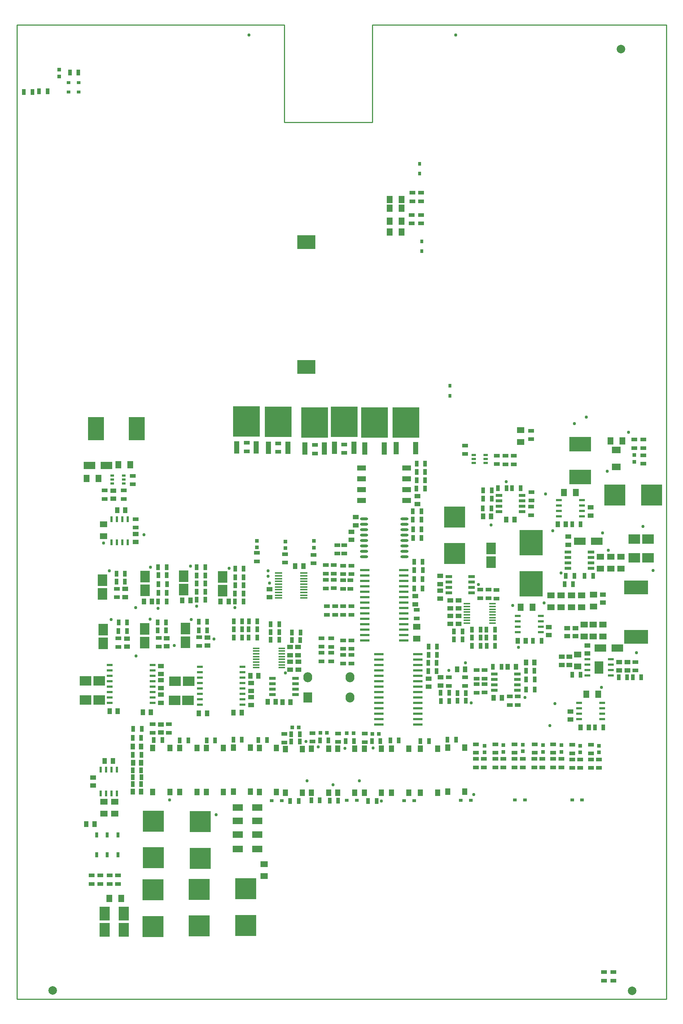
<source format=gtp>
G04*
G04 #@! TF.GenerationSoftware,Altium Limited,Altium Designer,21.2.0 (30)*
G04*
G04 Layer_Color=8421504*
%FSLAX25Y25*%
%MOIN*%
G70*
G04*
G04 #@! TF.SameCoordinates,475EB507-A4AD-49FA-98AF-DF7EEACF21B2*
G04*
G04*
G04 #@! TF.FilePolarity,Positive*
G04*
G01*
G75*
%ADD10C,0.01000*%
%ADD19C,0.03000*%
%ADD20R,0.05709X0.06890*%
%ADD21R,0.04134X0.05512*%
%ADD22R,0.03543X0.05315*%
%ADD23R,0.05512X0.04134*%
%ADD24C,0.07874*%
%ADD25R,0.14961X0.21654*%
%ADD26R,0.05315X0.03543*%
%ADD27R,0.07087X0.05709*%
%ADD28R,0.22047X0.12598*%
%ADD29R,0.03740X0.02362*%
%ADD30R,0.10630X0.06693*%
%ADD31R,0.02362X0.05709*%
%ADD32R,0.05709X0.07087*%
%ADD33R,0.03740X0.03543*%
%ADD34R,0.19685X0.19685*%
%ADD35R,0.06890X0.05709*%
%ADD36R,0.05906X0.01772*%
%ADD37R,0.03543X0.03740*%
%ADD38R,0.06102X0.02559*%
%ADD39R,0.09000X0.02400*%
%ADD40R,0.07008X0.01654*%
%ADD41R,0.08898X0.11024*%
%ADD42R,0.05709X0.02362*%
%ADD43R,0.11024X0.08898*%
%ADD44R,0.09449X0.12795*%
%ADD45R,0.16535X0.12598*%
%ADD46R,0.02559X0.03543*%
%ADD47R,0.03543X0.02559*%
%ADD48R,0.04724X0.11811*%
%ADD49R,0.24606X0.28347*%
%ADD50R,0.08268X0.09252*%
%ADD51O,0.08268X0.09252*%
%ADD52R,0.21260X0.23622*%
%ADD53R,0.04921X0.06299*%
%ADD54R,0.03150X0.04724*%
%ADD55O,0.07480X0.02362*%
%ADD56R,0.09449X0.06102*%
%ADD57R,0.07874X0.11811*%
%ADD58R,0.03937X0.01968*%
%ADD59R,0.08071X0.06299*%
%ADD60R,0.20079X0.13780*%
%ADD61R,0.19685X0.19685*%
%ADD62R,0.08032X0.04528*%
D10*
X347000Y868500D02*
Y958500D01*
Y868500D02*
X428500D01*
Y958500D01*
X700000D01*
Y58500D02*
Y958500D01*
X100000Y58500D02*
X700000D01*
X100000D02*
Y958500D01*
X347000D01*
D19*
X348014Y359931D02*
D03*
X522000Y247500D02*
D03*
X588500Y525000D02*
D03*
X672500Y378437D02*
D03*
X180106Y479740D02*
D03*
X217488Y487500D02*
D03*
X615000Y590000D02*
D03*
X301495Y420000D02*
D03*
X403000Y290000D02*
D03*
X538228Y496500D02*
D03*
X514500Y369000D02*
D03*
X498996Y362303D02*
D03*
X519779Y332165D02*
D03*
X429000Y290402D02*
D03*
X378500Y291500D02*
D03*
X332024Y454032D02*
D03*
Y449031D02*
D03*
X333500Y442807D02*
D03*
X296000Y456591D02*
D03*
X185500Y454000D02*
D03*
X266291Y421500D02*
D03*
X230567Y419435D02*
D03*
X209683Y420000D02*
D03*
X260974Y409236D02*
D03*
X282000Y391000D02*
D03*
X222974Y409500D02*
D03*
X210000Y375500D02*
D03*
X245500Y385000D02*
D03*
X392000Y256500D02*
D03*
X368000Y260000D02*
D03*
X241000Y242378D02*
D03*
X436874Y241500D02*
D03*
X592500Y311000D02*
D03*
X640000Y346500D02*
D03*
X563500Y383500D02*
D03*
X587000Y424524D02*
D03*
X602925Y452000D02*
D03*
X678500Y495000D02*
D03*
X687693Y454500D02*
D03*
X641000Y489024D02*
D03*
X595000Y491000D02*
D03*
X646500Y473000D02*
D03*
X645500Y546000D02*
D03*
X366995Y296500D02*
D03*
X552260Y536500D02*
D03*
X526500Y441528D02*
D03*
X569307Y336989D02*
D03*
X505500Y949000D02*
D03*
X284000Y228800D02*
D03*
X416500Y260000D02*
D03*
X597000Y331500D02*
D03*
X558000Y422024D02*
D03*
X187000Y409000D02*
D03*
X223437Y457413D02*
D03*
X260500Y458500D02*
D03*
X665000Y582000D02*
D03*
X314579Y949000D02*
D03*
X626000Y596000D02*
D03*
D20*
X455512Y797000D02*
D03*
X444488D02*
D03*
X455362Y789000D02*
D03*
X444339D02*
D03*
X605488Y526500D02*
D03*
X616512D02*
D03*
X185488Y151500D02*
D03*
X196512D02*
D03*
X637012Y340000D02*
D03*
X625988D02*
D03*
X444315Y777000D02*
D03*
X455339D02*
D03*
Y767000D02*
D03*
X444315D02*
D03*
X565500Y420500D02*
D03*
X576524D02*
D03*
X659339Y574000D02*
D03*
X648315D02*
D03*
D21*
X295684Y425799D02*
D03*
X288204D02*
D03*
X307740Y323000D02*
D03*
X300260D02*
D03*
X185760Y324500D02*
D03*
X193240D02*
D03*
X268260Y322500D02*
D03*
X275740D02*
D03*
X514240Y363000D02*
D03*
X506760D02*
D03*
X331760Y333000D02*
D03*
X339240D02*
D03*
X364764Y458532D02*
D03*
X357283D02*
D03*
X260429Y426972D02*
D03*
X252949D02*
D03*
X224969Y425751D02*
D03*
X217488D02*
D03*
X223836Y323450D02*
D03*
X216356D02*
D03*
X323240Y357273D02*
D03*
X315760D02*
D03*
X188740Y278500D02*
D03*
X181260D02*
D03*
X214740Y291895D02*
D03*
X207260D02*
D03*
X214916Y276713D02*
D03*
X207436D02*
D03*
X214740Y250224D02*
D03*
X207260D02*
D03*
X164260Y220000D02*
D03*
X171740D02*
D03*
X628440Y309500D02*
D03*
X620960D02*
D03*
X552260Y501500D02*
D03*
X559740D02*
D03*
X570539Y369335D02*
D03*
X578020D02*
D03*
X553539Y365439D02*
D03*
X561020D02*
D03*
X548020Y336765D02*
D03*
X540539D02*
D03*
X562760Y389500D02*
D03*
X570240D02*
D03*
X599760Y497000D02*
D03*
X607240D02*
D03*
X530747Y504331D02*
D03*
X538228D02*
D03*
X200240Y510000D02*
D03*
X192760D02*
D03*
X345323Y332760D02*
D03*
X352803D02*
D03*
D22*
X342437Y390390D02*
D03*
X334563D02*
D03*
X342437Y397327D02*
D03*
X334563D02*
D03*
X342437Y404827D02*
D03*
X334563D02*
D03*
X362000Y397118D02*
D03*
X354126D02*
D03*
X361937Y390000D02*
D03*
X354063D02*
D03*
X156937Y914500D02*
D03*
X149063D02*
D03*
X613063Y358269D02*
D03*
X620937D02*
D03*
X656063Y355738D02*
D03*
X663937D02*
D03*
X266252Y449921D02*
D03*
X274126D02*
D03*
X230663Y450063D02*
D03*
X238537D02*
D03*
X230567Y457432D02*
D03*
X238441D02*
D03*
X473770Y508996D02*
D03*
X465896D02*
D03*
X473770Y501559D02*
D03*
X465896D02*
D03*
X473924Y492563D02*
D03*
X466050D02*
D03*
X473924Y484531D02*
D03*
X466050D02*
D03*
X467231Y454642D02*
D03*
X475105D02*
D03*
X467063Y446500D02*
D03*
X474937D02*
D03*
X467063Y462500D02*
D03*
X474937D02*
D03*
X467085Y437724D02*
D03*
X474959D02*
D03*
X534063Y384710D02*
D03*
X541937D02*
D03*
X533858Y392368D02*
D03*
X541732D02*
D03*
X528327Y399891D02*
D03*
X520453D02*
D03*
X528437Y384710D02*
D03*
X520563D02*
D03*
X528327Y392391D02*
D03*
X520453D02*
D03*
X511752Y398224D02*
D03*
X503878D02*
D03*
Y390724D02*
D03*
X511752D02*
D03*
X480369Y384273D02*
D03*
X488243D02*
D03*
X480320Y376588D02*
D03*
X488194D02*
D03*
X480063Y369000D02*
D03*
X487937D02*
D03*
X480063Y361626D02*
D03*
X487937D02*
D03*
X506980Y341067D02*
D03*
X514854D02*
D03*
Y334067D02*
D03*
X506980D02*
D03*
X491626Y341478D02*
D03*
X499500D02*
D03*
X499634Y333906D02*
D03*
X491760D02*
D03*
X353543Y296465D02*
D03*
X361417D02*
D03*
X353563Y303000D02*
D03*
X361437D02*
D03*
X314329Y407617D02*
D03*
X322203D02*
D03*
X314258Y400063D02*
D03*
X322132D02*
D03*
X314258Y392563D02*
D03*
X322132D02*
D03*
X308266Y407617D02*
D03*
X300392D02*
D03*
X308288Y400167D02*
D03*
X300414D02*
D03*
X308288Y392494D02*
D03*
X300414D02*
D03*
X301684Y456299D02*
D03*
X309558D02*
D03*
X301684Y448299D02*
D03*
X309558D02*
D03*
Y440799D02*
D03*
X301684D02*
D03*
X301621Y433299D02*
D03*
X309495D02*
D03*
X309369Y425799D02*
D03*
X301495D02*
D03*
X266252Y457421D02*
D03*
X274126D02*
D03*
Y442421D02*
D03*
X266252D02*
D03*
X266291Y434921D02*
D03*
X274165D02*
D03*
Y427421D02*
D03*
X266291D02*
D03*
X238681Y441881D02*
D03*
X230807D02*
D03*
X230744Y433881D02*
D03*
X238618D02*
D03*
X238441Y425759D02*
D03*
X230567D02*
D03*
X192075Y451557D02*
D03*
X199949D02*
D03*
X192063Y444058D02*
D03*
X199937D02*
D03*
X268063Y399305D02*
D03*
X275937D02*
D03*
X268063Y407305D02*
D03*
X275937D02*
D03*
X230063Y406568D02*
D03*
X237937D02*
D03*
X230063Y399068D02*
D03*
X237937D02*
D03*
X194004Y406389D02*
D03*
X201878D02*
D03*
X193831Y398389D02*
D03*
X201705D02*
D03*
X215437Y308000D02*
D03*
X207563D02*
D03*
X207063Y299894D02*
D03*
X214937D02*
D03*
X207176Y284213D02*
D03*
X215050D02*
D03*
X214937Y269930D02*
D03*
X207063D02*
D03*
X215000Y263430D02*
D03*
X207126D02*
D03*
X207063Y257000D02*
D03*
X214937D02*
D03*
X641882Y309500D02*
D03*
X634008D02*
D03*
X477152Y530117D02*
D03*
X469278D02*
D03*
X477215Y537857D02*
D03*
X469341D02*
D03*
X477284Y545551D02*
D03*
X469410D02*
D03*
X477284Y553051D02*
D03*
X469410D02*
D03*
X120563Y897000D02*
D03*
X128437D02*
D03*
X106563Y896500D02*
D03*
X114437D02*
D03*
X258437Y297563D02*
D03*
X250563D02*
D03*
X533921Y399868D02*
D03*
X541795D02*
D03*
X428063Y296740D02*
D03*
X435937D02*
D03*
X403752Y296909D02*
D03*
X411626D02*
D03*
X380063Y297425D02*
D03*
X387937D02*
D03*
X389063Y241878D02*
D03*
X396937D02*
D03*
X379874Y242000D02*
D03*
X372000D02*
D03*
X360437Y241500D02*
D03*
X352563D02*
D03*
X432437D02*
D03*
X424563D02*
D03*
X505648Y298000D02*
D03*
X497774D02*
D03*
X331073Y297762D02*
D03*
X323199D02*
D03*
X234374Y297787D02*
D03*
X226500D02*
D03*
X283300Y297500D02*
D03*
X275426D02*
D03*
X307937Y298000D02*
D03*
X300063D02*
D03*
X480776Y296740D02*
D03*
X472902D02*
D03*
X452965Y297362D02*
D03*
X445090D02*
D03*
X570563Y344500D02*
D03*
X578437D02*
D03*
X570563Y353923D02*
D03*
X578437D02*
D03*
X578217Y361835D02*
D03*
X570342D02*
D03*
X676937Y355738D02*
D03*
X669063D02*
D03*
X539843Y365439D02*
D03*
X547717D02*
D03*
X632377Y449587D02*
D03*
X624503D02*
D03*
X576870Y389500D02*
D03*
X584744D02*
D03*
X606063Y441811D02*
D03*
X613937D02*
D03*
X607279Y449347D02*
D03*
X615154D02*
D03*
X613063Y497000D02*
D03*
X620937D02*
D03*
X530794Y520850D02*
D03*
X538668D02*
D03*
X552330Y530559D02*
D03*
X544456D02*
D03*
X538424Y511862D02*
D03*
X530550D02*
D03*
X557550Y530413D02*
D03*
X565424D02*
D03*
X538668Y528350D02*
D03*
X530794D02*
D03*
D23*
X352414Y383683D02*
D03*
Y376203D02*
D03*
X359914Y383683D02*
D03*
Y376203D02*
D03*
X360040Y370287D02*
D03*
Y362807D02*
D03*
X352395Y370287D02*
D03*
Y362807D02*
D03*
X603500Y374740D02*
D03*
Y367260D02*
D03*
X610500Y374740D02*
D03*
Y367260D02*
D03*
X608437Y393657D02*
D03*
Y401137D02*
D03*
X616000Y393657D02*
D03*
Y401137D02*
D03*
X627000Y385240D02*
D03*
Y377760D02*
D03*
X413000Y503740D02*
D03*
Y496260D02*
D03*
X409236Y490240D02*
D03*
Y482760D02*
D03*
X470000Y523240D02*
D03*
Y515760D02*
D03*
X468231Y423260D02*
D03*
Y430740D02*
D03*
X491000Y435950D02*
D03*
Y428470D02*
D03*
X508000Y426950D02*
D03*
Y419470D02*
D03*
X500437Y426950D02*
D03*
Y419470D02*
D03*
X507988Y412464D02*
D03*
Y404984D02*
D03*
X500500Y412464D02*
D03*
Y404984D02*
D03*
X491563Y355646D02*
D03*
Y348165D02*
D03*
X480500Y347109D02*
D03*
Y354590D02*
D03*
X333524Y437272D02*
D03*
Y429791D02*
D03*
X200080Y437397D02*
D03*
Y429917D02*
D03*
X276000Y392545D02*
D03*
Y385065D02*
D03*
X238500Y391809D02*
D03*
Y384328D02*
D03*
X201941Y391491D02*
D03*
Y384011D02*
D03*
X316584Y350554D02*
D03*
Y343074D02*
D03*
Y337554D02*
D03*
Y330074D02*
D03*
X233000Y339740D02*
D03*
Y332260D02*
D03*
Y353240D02*
D03*
Y345760D02*
D03*
Y366240D02*
D03*
Y358760D02*
D03*
X170500Y263240D02*
D03*
Y255760D02*
D03*
X609500Y478284D02*
D03*
Y485765D02*
D03*
X491000Y441970D02*
D03*
Y449450D02*
D03*
X233000Y304760D02*
D03*
Y312240D02*
D03*
X611500Y324240D02*
D03*
Y316760D02*
D03*
X664000Y369653D02*
D03*
Y362173D02*
D03*
X656500Y362172D02*
D03*
Y369653D02*
D03*
X591618Y402240D02*
D03*
Y394760D02*
D03*
X641465Y432265D02*
D03*
Y424784D02*
D03*
X630094Y505260D02*
D03*
Y512740D02*
D03*
X189000Y520760D02*
D03*
Y528240D02*
D03*
X209683Y480791D02*
D03*
Y488272D02*
D03*
D24*
X658000Y936000D02*
D03*
X133000Y66500D02*
D03*
X668500Y66000D02*
D03*
D25*
X173299Y585500D02*
D03*
X210701D02*
D03*
D26*
X209683Y501937D02*
D03*
Y494063D02*
D03*
X185760Y164933D02*
D03*
Y172807D02*
D03*
X193500Y164933D02*
D03*
Y172807D02*
D03*
X169000Y164961D02*
D03*
Y172835D02*
D03*
X177000Y164933D02*
D03*
Y172807D02*
D03*
X642500Y83437D02*
D03*
Y75563D02*
D03*
X671500Y361976D02*
D03*
Y369850D02*
D03*
X181000Y520563D02*
D03*
Y528437D02*
D03*
X198760Y520563D02*
D03*
Y528437D02*
D03*
X207000Y541937D02*
D03*
Y534063D02*
D03*
X532224Y341720D02*
D03*
Y349594D02*
D03*
X396000Y470063D02*
D03*
Y477937D02*
D03*
X402476D02*
D03*
Y470063D02*
D03*
X321769Y470827D02*
D03*
Y462953D02*
D03*
X469527Y418039D02*
D03*
Y410165D02*
D03*
X514063Y347969D02*
D03*
Y355842D02*
D03*
X499063Y347969D02*
D03*
Y355842D02*
D03*
X347000Y295563D02*
D03*
Y303437D02*
D03*
X409069Y376411D02*
D03*
Y368537D02*
D03*
X401569Y376411D02*
D03*
Y368537D02*
D03*
X390569Y378411D02*
D03*
Y370537D02*
D03*
X381449Y378437D02*
D03*
Y370563D02*
D03*
X409236Y389937D02*
D03*
Y382063D02*
D03*
X401500Y389937D02*
D03*
Y382063D02*
D03*
X390569Y391780D02*
D03*
Y383906D02*
D03*
X381500Y391937D02*
D03*
Y384063D02*
D03*
X409000Y413551D02*
D03*
Y421425D02*
D03*
X401600Y413563D02*
D03*
Y421437D02*
D03*
X394000Y413551D02*
D03*
Y421425D02*
D03*
X386500Y413551D02*
D03*
Y421425D02*
D03*
X408000Y445437D02*
D03*
Y437563D02*
D03*
X401500Y445437D02*
D03*
Y437563D02*
D03*
X392705Y445870D02*
D03*
Y437996D02*
D03*
X385313Y445732D02*
D03*
Y437858D02*
D03*
X409000Y458937D02*
D03*
Y451063D02*
D03*
X401500Y458937D02*
D03*
Y451063D02*
D03*
X392705Y459512D02*
D03*
Y451638D02*
D03*
X385500Y459500D02*
D03*
Y451626D02*
D03*
X192580Y429720D02*
D03*
Y437594D02*
D03*
X268626Y384868D02*
D03*
Y392742D02*
D03*
X231000Y384132D02*
D03*
Y392005D02*
D03*
X193941Y383889D02*
D03*
Y391763D02*
D03*
X225579Y304563D02*
D03*
Y312437D02*
D03*
X651000Y83437D02*
D03*
Y75563D02*
D03*
X543000Y436425D02*
D03*
Y428551D02*
D03*
X535772Y428773D02*
D03*
Y436647D02*
D03*
X528047Y428773D02*
D03*
Y436647D02*
D03*
X240500Y312437D02*
D03*
Y304563D02*
D03*
X575251Y513350D02*
D03*
Y505476D02*
D03*
X575487Y526937D02*
D03*
Y519063D02*
D03*
X374000Y461063D02*
D03*
Y468937D02*
D03*
X464827Y775063D02*
D03*
Y782937D02*
D03*
X473327Y775063D02*
D03*
Y782937D02*
D03*
Y795563D02*
D03*
Y803437D02*
D03*
X465354Y795563D02*
D03*
Y803437D02*
D03*
X421564Y295941D02*
D03*
Y303815D02*
D03*
X396937Y296063D02*
D03*
Y303937D02*
D03*
X373303Y296425D02*
D03*
Y304299D02*
D03*
X630500Y285563D02*
D03*
Y293437D02*
D03*
X613000Y285563D02*
D03*
Y293437D02*
D03*
X595500Y286063D02*
D03*
Y293937D02*
D03*
X630500Y279937D02*
D03*
Y272063D02*
D03*
X613000Y279937D02*
D03*
Y272063D02*
D03*
X595500Y280437D02*
D03*
Y272563D02*
D03*
X578000Y280437D02*
D03*
Y272563D02*
D03*
X578500Y286063D02*
D03*
Y293937D02*
D03*
X559870Y286063D02*
D03*
Y293937D02*
D03*
Y280437D02*
D03*
Y272563D02*
D03*
X542028Y286063D02*
D03*
Y293937D02*
D03*
X542000Y280500D02*
D03*
Y272626D02*
D03*
X524000Y280437D02*
D03*
Y272563D02*
D03*
Y286063D02*
D03*
Y293937D02*
D03*
X637945Y272063D02*
D03*
Y279937D02*
D03*
X620500Y272063D02*
D03*
Y279937D02*
D03*
X603000Y272563D02*
D03*
Y280437D02*
D03*
X585500Y272563D02*
D03*
Y280437D02*
D03*
X567335Y272563D02*
D03*
Y280437D02*
D03*
X549500Y272563D02*
D03*
Y280437D02*
D03*
X531476Y272563D02*
D03*
Y280437D02*
D03*
X562760Y330130D02*
D03*
Y338004D02*
D03*
X555500D02*
D03*
Y330130D02*
D03*
X524780Y362360D02*
D03*
Y354486D02*
D03*
Y349360D02*
D03*
Y341486D02*
D03*
X532279Y354486D02*
D03*
Y362360D02*
D03*
X347774Y461756D02*
D03*
Y469630D02*
D03*
X678827Y560937D02*
D03*
Y553063D02*
D03*
X670327Y575437D02*
D03*
Y567563D02*
D03*
X543600Y560637D02*
D03*
Y552763D02*
D03*
X514063Y562063D02*
D03*
Y569937D02*
D03*
X559100Y560437D02*
D03*
Y552563D02*
D03*
X551400Y560437D02*
D03*
Y552563D02*
D03*
X678827Y575437D02*
D03*
Y567563D02*
D03*
X575251Y583637D02*
D03*
Y575763D02*
D03*
X375500Y562563D02*
D03*
Y570437D02*
D03*
X402500Y563063D02*
D03*
Y570937D02*
D03*
X341500Y564063D02*
D03*
Y571937D02*
D03*
X312500Y564563D02*
D03*
Y572437D02*
D03*
D27*
X624000Y404409D02*
D03*
Y393385D02*
D03*
X632500Y404409D02*
D03*
Y393385D02*
D03*
X641500Y404632D02*
D03*
Y393609D02*
D03*
X565400Y584012D02*
D03*
Y572988D02*
D03*
X658000Y456013D02*
D03*
Y467036D02*
D03*
X648717Y456115D02*
D03*
Y467139D02*
D03*
X639217Y456115D02*
D03*
Y467139D02*
D03*
X618063Y376781D02*
D03*
Y365757D02*
D03*
X632681Y421013D02*
D03*
Y432036D02*
D03*
X621839Y420513D02*
D03*
Y431536D02*
D03*
X612339Y420513D02*
D03*
Y431536D02*
D03*
X602925Y420513D02*
D03*
Y431536D02*
D03*
X593425Y420513D02*
D03*
Y431536D02*
D03*
D28*
X672000Y393043D02*
D03*
Y438713D02*
D03*
D29*
X188057Y542213D02*
D03*
Y538472D02*
D03*
Y534732D02*
D03*
X198884Y542213D02*
D03*
Y538472D02*
D03*
Y534732D02*
D03*
D30*
X182874Y551500D02*
D03*
X167126D02*
D03*
X620126Y481524D02*
D03*
X635874D02*
D03*
X639126Y382769D02*
D03*
X654874D02*
D03*
D31*
X187606Y480512D02*
D03*
X192606D02*
D03*
X197606D02*
D03*
X202606D02*
D03*
X187606Y501968D02*
D03*
X192606D02*
D03*
X197606D02*
D03*
X202606D02*
D03*
X177500Y248575D02*
D03*
X182500D02*
D03*
X187500D02*
D03*
X192500D02*
D03*
X177500Y270425D02*
D03*
X182500D02*
D03*
X187500D02*
D03*
X192500D02*
D03*
D32*
X164488Y539500D02*
D03*
X175512D02*
D03*
X204957Y552000D02*
D03*
X193933D02*
D03*
D33*
X374329Y481699D02*
D03*
Y475597D02*
D03*
X321769Y475768D02*
D03*
Y481870D02*
D03*
X549500Y286949D02*
D03*
Y293051D02*
D03*
X567413Y287449D02*
D03*
Y293551D02*
D03*
X586000Y286949D02*
D03*
Y293051D02*
D03*
X603000Y286949D02*
D03*
Y293051D02*
D03*
X620500Y286449D02*
D03*
Y292551D02*
D03*
X637945Y286449D02*
D03*
Y292551D02*
D03*
X532055Y286449D02*
D03*
Y292551D02*
D03*
X670327Y561051D02*
D03*
Y554949D02*
D03*
X348274Y481240D02*
D03*
Y475138D02*
D03*
X139000Y917051D02*
D03*
Y910949D02*
D03*
D34*
X504500Y503929D02*
D03*
Y470071D02*
D03*
X225953Y125571D02*
D03*
Y159429D02*
D03*
X268500Y126071D02*
D03*
Y159929D02*
D03*
X311500Y126571D02*
D03*
Y160429D02*
D03*
X269500Y222429D02*
D03*
Y188571D02*
D03*
X226224Y222929D02*
D03*
Y189071D02*
D03*
D35*
X469341Y402613D02*
D03*
Y391590D02*
D03*
X180500Y240849D02*
D03*
Y229825D02*
D03*
X190500Y240849D02*
D03*
Y229825D02*
D03*
X328500Y183012D02*
D03*
Y171988D02*
D03*
X180106Y486228D02*
D03*
Y497252D02*
D03*
D36*
X539311Y405824D02*
D03*
Y408384D02*
D03*
Y410943D02*
D03*
Y413502D02*
D03*
Y416061D02*
D03*
Y418620D02*
D03*
Y421179D02*
D03*
Y423738D02*
D03*
X515689Y405824D02*
D03*
Y408384D02*
D03*
Y410943D02*
D03*
Y413502D02*
D03*
Y416061D02*
D03*
Y418620D02*
D03*
Y421179D02*
D03*
Y423738D02*
D03*
X321229Y382575D02*
D03*
Y380016D02*
D03*
Y377457D02*
D03*
Y374898D02*
D03*
Y372339D02*
D03*
Y369779D02*
D03*
Y367220D02*
D03*
Y364661D02*
D03*
X344851Y382575D02*
D03*
Y380016D02*
D03*
Y377457D02*
D03*
Y374898D02*
D03*
Y372339D02*
D03*
Y369779D02*
D03*
Y367220D02*
D03*
Y364661D02*
D03*
D37*
X354449Y309500D02*
D03*
X360551D02*
D03*
X428449Y303378D02*
D03*
X434551D02*
D03*
X404902Y304173D02*
D03*
X411004D02*
D03*
X380449Y304362D02*
D03*
X386551D02*
D03*
D38*
X357544Y339943D02*
D03*
Y344943D02*
D03*
Y349943D02*
D03*
Y354943D02*
D03*
X336284Y339943D02*
D03*
Y344943D02*
D03*
Y349943D02*
D03*
Y354943D02*
D03*
X499000Y448935D02*
D03*
Y443935D02*
D03*
Y438935D02*
D03*
Y433935D02*
D03*
X520260Y448935D02*
D03*
Y443935D02*
D03*
Y438935D02*
D03*
Y433935D02*
D03*
X566881Y508653D02*
D03*
Y513654D02*
D03*
Y518653D02*
D03*
Y523654D02*
D03*
X545621Y508653D02*
D03*
Y513654D02*
D03*
Y518653D02*
D03*
Y523654D02*
D03*
X541150Y358923D02*
D03*
Y353923D02*
D03*
Y348923D02*
D03*
Y343923D02*
D03*
X562409Y358923D02*
D03*
Y353923D02*
D03*
Y348923D02*
D03*
Y343923D02*
D03*
X630346Y456576D02*
D03*
Y461576D02*
D03*
Y466576D02*
D03*
Y471576D02*
D03*
X609087Y456576D02*
D03*
Y461576D02*
D03*
Y466576D02*
D03*
Y471576D02*
D03*
D39*
X470333Y312261D02*
D03*
Y317261D02*
D03*
Y322261D02*
D03*
Y327261D02*
D03*
Y332261D02*
D03*
Y337261D02*
D03*
Y342261D02*
D03*
Y347261D02*
D03*
Y352261D02*
D03*
Y357261D02*
D03*
Y362261D02*
D03*
Y367261D02*
D03*
Y372261D02*
D03*
Y377261D02*
D03*
X434333D02*
D03*
Y372261D02*
D03*
Y367261D02*
D03*
Y362261D02*
D03*
Y357261D02*
D03*
Y352261D02*
D03*
Y347261D02*
D03*
Y342261D02*
D03*
Y337261D02*
D03*
Y332261D02*
D03*
Y327261D02*
D03*
Y322261D02*
D03*
Y317261D02*
D03*
Y312261D02*
D03*
X421313Y389878D02*
D03*
Y394878D02*
D03*
Y399878D02*
D03*
Y404878D02*
D03*
Y409878D02*
D03*
Y414878D02*
D03*
Y419878D02*
D03*
Y424878D02*
D03*
Y429878D02*
D03*
Y434878D02*
D03*
Y439878D02*
D03*
Y444878D02*
D03*
Y449878D02*
D03*
Y454878D02*
D03*
X457313D02*
D03*
Y449878D02*
D03*
Y444878D02*
D03*
Y439878D02*
D03*
Y434878D02*
D03*
Y429878D02*
D03*
Y424878D02*
D03*
Y419878D02*
D03*
Y414878D02*
D03*
Y409878D02*
D03*
Y404878D02*
D03*
Y399878D02*
D03*
Y394878D02*
D03*
Y389878D02*
D03*
D40*
X341831Y452047D02*
D03*
Y449488D02*
D03*
Y446929D02*
D03*
Y444370D02*
D03*
Y441811D02*
D03*
Y439252D02*
D03*
Y436693D02*
D03*
Y434134D02*
D03*
Y431575D02*
D03*
Y429016D02*
D03*
X365217Y452047D02*
D03*
Y449488D02*
D03*
Y446929D02*
D03*
Y444370D02*
D03*
Y441811D02*
D03*
Y439252D02*
D03*
Y436693D02*
D03*
Y434134D02*
D03*
Y431575D02*
D03*
Y429016D02*
D03*
D41*
X290121Y448398D02*
D03*
Y435799D02*
D03*
X254189Y449272D02*
D03*
Y436673D02*
D03*
X218500Y448799D02*
D03*
Y436201D02*
D03*
X179000Y445392D02*
D03*
Y432794D02*
D03*
X179941Y399694D02*
D03*
Y387096D02*
D03*
X218000Y400468D02*
D03*
Y387869D02*
D03*
X255815Y400903D02*
D03*
Y388305D02*
D03*
X538000Y474799D02*
D03*
Y462201D02*
D03*
D42*
X269000Y365600D02*
D03*
Y360600D02*
D03*
Y355600D02*
D03*
Y350600D02*
D03*
Y345600D02*
D03*
Y340600D02*
D03*
Y335600D02*
D03*
Y330600D02*
D03*
X308567Y365600D02*
D03*
Y360600D02*
D03*
Y355600D02*
D03*
Y350600D02*
D03*
Y345600D02*
D03*
Y340600D02*
D03*
Y335600D02*
D03*
Y330600D02*
D03*
X185894Y366989D02*
D03*
Y361989D02*
D03*
Y356989D02*
D03*
Y351989D02*
D03*
Y346989D02*
D03*
Y341989D02*
D03*
Y336989D02*
D03*
Y331989D02*
D03*
X225461Y366989D02*
D03*
Y361989D02*
D03*
Y356989D02*
D03*
Y351989D02*
D03*
Y346989D02*
D03*
Y341989D02*
D03*
Y336989D02*
D03*
Y331989D02*
D03*
X648665Y357369D02*
D03*
Y362369D02*
D03*
Y367369D02*
D03*
Y372369D02*
D03*
X627209Y357369D02*
D03*
Y362369D02*
D03*
Y367369D02*
D03*
Y372369D02*
D03*
X562791Y412563D02*
D03*
Y407563D02*
D03*
Y402563D02*
D03*
Y397563D02*
D03*
X584248Y412563D02*
D03*
Y407563D02*
D03*
Y402563D02*
D03*
Y397563D02*
D03*
X600772Y519500D02*
D03*
Y514500D02*
D03*
Y509500D02*
D03*
Y504500D02*
D03*
X622228Y519500D02*
D03*
Y514500D02*
D03*
Y509500D02*
D03*
Y504500D02*
D03*
X619366Y332000D02*
D03*
Y327000D02*
D03*
Y322000D02*
D03*
Y317000D02*
D03*
X640823Y332000D02*
D03*
Y327000D02*
D03*
Y322000D02*
D03*
Y317000D02*
D03*
D43*
X245701Y334427D02*
D03*
X258299D02*
D03*
X246201Y352000D02*
D03*
X258799D02*
D03*
X163439Y334814D02*
D03*
X176037D02*
D03*
X163502Y352568D02*
D03*
X176100D02*
D03*
X683228Y466000D02*
D03*
X670630D02*
D03*
X683228Y483500D02*
D03*
X670630D02*
D03*
D44*
X198760Y137500D02*
D03*
X181240D02*
D03*
X198760Y122500D02*
D03*
X181240D02*
D03*
D45*
X367500Y757677D02*
D03*
Y642323D02*
D03*
D46*
X472300Y821072D02*
D03*
Y830128D02*
D03*
X500000Y625028D02*
D03*
Y615972D02*
D03*
X474100Y758428D02*
D03*
Y749372D02*
D03*
D47*
X147972Y905000D02*
D03*
X157028D02*
D03*
X147972Y896500D02*
D03*
X157028D02*
D03*
X457972Y241878D02*
D03*
X467028D02*
D03*
X519307Y242000D02*
D03*
X510252D02*
D03*
X569307Y242500D02*
D03*
X560252D02*
D03*
X612984D02*
D03*
X622039D02*
D03*
X335609Y241878D02*
D03*
X344664D02*
D03*
X414028Y242000D02*
D03*
X404972D02*
D03*
D48*
X421553Y567181D02*
D03*
X439506D02*
D03*
X468476Y567358D02*
D03*
X450524D02*
D03*
X303053Y568181D02*
D03*
X321006D02*
D03*
X332553Y567858D02*
D03*
X350506D02*
D03*
X366053Y567181D02*
D03*
X384006D02*
D03*
X393500Y567858D02*
D03*
X411453D02*
D03*
D49*
X430529Y591000D02*
D03*
X459500Y591177D02*
D03*
X312029Y592000D02*
D03*
X341529Y591677D02*
D03*
X375029Y591000D02*
D03*
X402476Y591677D02*
D03*
D50*
X368838Y337000D02*
D03*
D51*
X407814D02*
D03*
X368838Y355701D02*
D03*
X407814D02*
D03*
D52*
X575000Y480213D02*
D03*
Y442024D02*
D03*
D53*
X513835Y250224D02*
D03*
X498087D02*
D03*
Y290776D02*
D03*
X513835D02*
D03*
X396555Y289776D02*
D03*
X412303D02*
D03*
Y249224D02*
D03*
X396555D02*
D03*
X372252Y289839D02*
D03*
X388000D02*
D03*
Y249287D02*
D03*
X372252D02*
D03*
X488650Y289839D02*
D03*
X472902D02*
D03*
Y249287D02*
D03*
X488650D02*
D03*
X462000Y289839D02*
D03*
X446252D02*
D03*
Y249287D02*
D03*
X462000D02*
D03*
X315874Y290701D02*
D03*
X300126D02*
D03*
Y250150D02*
D03*
X315874D02*
D03*
X290874Y290339D02*
D03*
X275126D02*
D03*
Y249787D02*
D03*
X290874D02*
D03*
X266374Y290402D02*
D03*
X250626D02*
D03*
Y249850D02*
D03*
X266374D02*
D03*
X241327Y290402D02*
D03*
X225579D02*
D03*
Y249850D02*
D03*
X241327D02*
D03*
X339748Y290339D02*
D03*
X324000D02*
D03*
Y249787D02*
D03*
X339748D02*
D03*
X421126Y249224D02*
D03*
X436874D02*
D03*
Y289776D02*
D03*
X421126D02*
D03*
X348000Y249000D02*
D03*
X363748D02*
D03*
Y289551D02*
D03*
X348000D02*
D03*
D54*
X173658Y191748D02*
D03*
X183500D02*
D03*
X193342D02*
D03*
X173658Y210252D02*
D03*
X183500D02*
D03*
X193342D02*
D03*
D55*
X458201Y467000D02*
D03*
Y472000D02*
D03*
Y477000D02*
D03*
Y482000D02*
D03*
Y487000D02*
D03*
Y492000D02*
D03*
Y497000D02*
D03*
Y502000D02*
D03*
X420799Y467000D02*
D03*
Y472000D02*
D03*
Y477000D02*
D03*
Y482000D02*
D03*
Y487000D02*
D03*
Y492000D02*
D03*
Y497000D02*
D03*
Y502000D02*
D03*
D56*
X304121Y210400D02*
D03*
X322121D02*
D03*
X304121Y235500D02*
D03*
X322121D02*
D03*
X304121Y223000D02*
D03*
X322121D02*
D03*
X304121Y197000D02*
D03*
X322121D02*
D03*
D57*
X637937Y364869D02*
D03*
D58*
X522268Y561291D02*
D03*
Y557551D02*
D03*
Y553811D02*
D03*
X533291Y561291D02*
D03*
Y557551D02*
D03*
Y553811D02*
D03*
D59*
X653827Y565776D02*
D03*
Y550224D02*
D03*
D60*
X620327Y540941D02*
D03*
Y571059D02*
D03*
D61*
X686429Y524000D02*
D03*
X652571D02*
D03*
D62*
X418500Y519000D02*
D03*
Y529000D02*
D03*
Y539000D02*
D03*
Y549000D02*
D03*
X459996Y519000D02*
D03*
Y529000D02*
D03*
Y539000D02*
D03*
Y549000D02*
D03*
M02*

</source>
